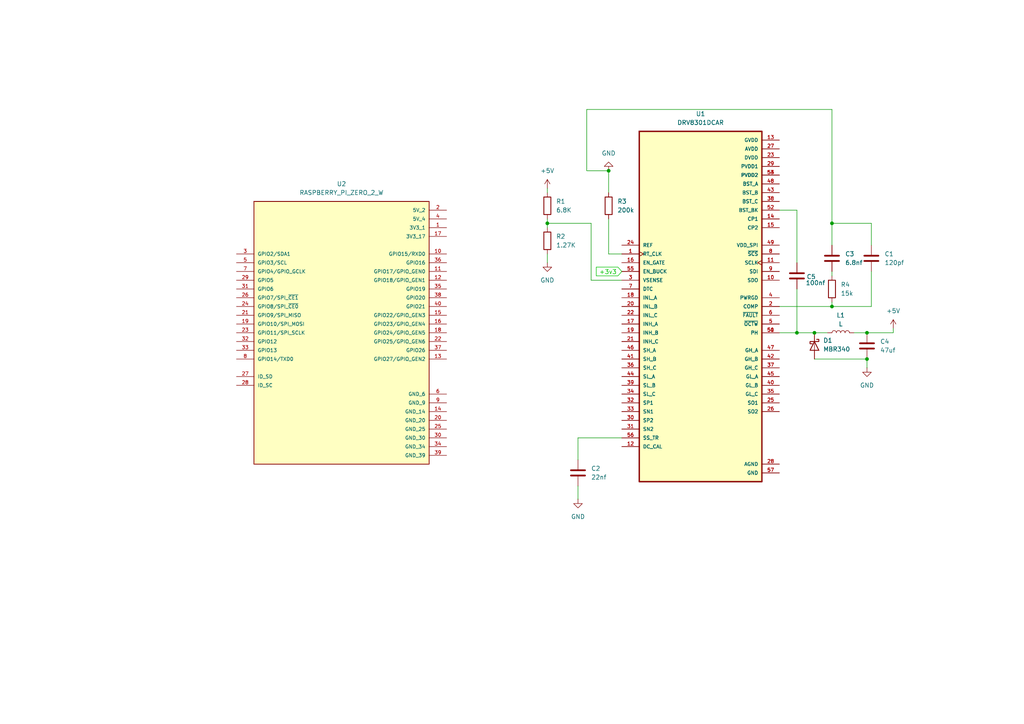
<source format=kicad_sch>
(kicad_sch (version 20231120) (generator "eeschema") (generator_version "8.0")
  (paper "A4")
  (lib_symbols
    (symbol "DRV8301DCAR:DRV8301DCAR" (pin_names (offset 1.016))
      (property "Reference" "U" (at -17.8203 51.9275 0))
      (property "Value" "DRV8301DCAR" (at -17.8075 -54.8929 0))
      (symbol "DRV8301DCAR_0_0"
        (rectangle (start -17.78 -50.8) (end 17.78 50.8) (stroke (width 0.41)) (fill (type background)))
        (pin input clock (at -22.86 15.24 0) (length 5.08) (name "RT_CLK") (number "1"))
        (pin output line (at 22.86 7.62 180) (length 5.08) (name "SDO") (number "10"))
        (pin input clock (at 22.86 12.7 180) (length 5.08) (name "SCLK") (number "11"))
        (pin input line (at -22.86 -40.64 0) (length 5.08) (name "DC_CAL") (number "12"))
        (pin power_in line (at 22.86 48.26 180) (length 5.08) (name "GVDD") (number "13"))
        (pin power_in line (at 22.86 25.4 180) (length 5.08) (name "CP1") (number "14"))
        (pin power_in line (at 22.86 22.86 180) (length 5.08) (name "CP2") (number "15"))
        (pin input line (at -22.86 12.7 0) (length 5.08) (name "EN_GATE") (number "16"))
        (pin input line (at -22.86 -5.08 0) (length 5.08) (name "INH_A") (number "17"))
        (pin input line (at -22.86 2.54 0) (length 5.08) (name "INL_A") (number "18"))
        (pin input line (at -22.86 -7.62 0) (length 5.08) (name "INH_B") (number "19"))
        (pin output line (at 22.86 0 180) (length 5.08) (name "COMP") (number "2"))
        (pin input line (at -22.86 0 0) (length 5.08) (name "INL_B") (number "20"))
        (pin input line (at -22.86 -10.16 0) (length 5.08) (name "INH_C") (number "21"))
        (pin input line (at -22.86 -2.54 0) (length 5.08) (name "INL_C") (number "22"))
        (pin power_in line (at 22.86 43.18 180) (length 5.08) (name "DVDD") (number "23"))
        (pin input line (at -22.86 17.78 0) (length 5.08) (name "REF") (number "24"))
        (pin output line (at 22.86 -27.94 180) (length 5.08) (name "SO1") (number "25"))
        (pin output line (at 22.86 -30.48 180) (length 5.08) (name "SO2") (number "26"))
        (pin power_in line (at 22.86 45.72 180) (length 5.08) (name "AVDD") (number "27"))
        (pin power_in line (at 22.86 -45.72 180) (length 5.08) (name "AGND") (number "28"))
        (pin power_in line (at 22.86 40.64 180) (length 5.08) (name "PVDD1") (number "29"))
        (pin input line (at -22.86 7.62 0) (length 5.08) (name "VSENSE") (number "3"))
        (pin input line (at -22.86 -33.02 0) (length 5.08) (name "SP2") (number "30"))
        (pin input line (at -22.86 -35.56 0) (length 5.08) (name "SN2") (number "31"))
        (pin input line (at -22.86 -27.94 0) (length 5.08) (name "SP1") (number "32"))
        (pin input line (at -22.86 -30.48 0) (length 5.08) (name "SN1") (number "33"))
        (pin input line (at -22.86 -25.4 0) (length 5.08) (name "SL_C") (number "34"))
        (pin output line (at 22.86 -25.4 180) (length 5.08) (name "GL_C") (number "35"))
        (pin input line (at -22.86 -17.78 0) (length 5.08) (name "SH_C") (number "36"))
        (pin output line (at 22.86 -17.78 180) (length 5.08) (name "GH_C") (number "37"))
        (pin power_in line (at 22.86 30.48 180) (length 5.08) (name "BST_C") (number "38"))
        (pin input line (at -22.86 -22.86 0) (length 5.08) (name "SL_B") (number "39"))
        (pin output line (at 22.86 2.54 180) (length 5.08) (name "PWRGD") (number "4"))
        (pin output line (at 22.86 -22.86 180) (length 5.08) (name "GL_B") (number "40"))
        (pin input line (at -22.86 -15.24 0) (length 5.08) (name "SH_B") (number "41"))
        (pin output line (at 22.86 -15.24 180) (length 5.08) (name "GH_B") (number "42"))
        (pin power_in line (at 22.86 33.02 180) (length 5.08) (name "BST_B") (number "43"))
        (pin input line (at -22.86 -20.32 0) (length 5.08) (name "SL_A") (number "44"))
        (pin output line (at 22.86 -20.32 180) (length 5.08) (name "GL_A") (number "45"))
        (pin input line (at -22.86 -12.7 0) (length 5.08) (name "SH_A") (number "46"))
        (pin output line (at 22.86 -12.7 180) (length 5.08) (name "GH_A") (number "47"))
        (pin power_in line (at 22.86 35.56 180) (length 5.08) (name "BST_A") (number "48"))
        (pin input line (at 22.86 17.78 180) (length 5.08) (name "VDD_SPI") (number "49"))
        (pin output line (at 22.86 -5.08 180) (length 5.08) (name "~{OCTW}") (number "5"))
        (pin output line (at 22.86 -7.62 180) (length 5.08) (name "PH") (number "50"))
        (pin output line (at 22.86 -7.62 180) (length 5.08) (name "PH") (number "51"))
        (pin power_in line (at 22.86 27.94 180) (length 5.08) (name "BST_BK") (number "52"))
        (pin power_in line (at 22.86 38.1 180) (length 5.08) (name "PVDD2") (number "53"))
        (pin power_in line (at 22.86 38.1 180) (length 5.08) (name "PVDD2") (number "54"))
        (pin input line (at -22.86 10.16 0) (length 5.08) (name "EN_BUCK") (number "55"))
        (pin input line (at -22.86 -38.1 0) (length 5.08) (name "SS_TR") (number "56"))
        (pin power_in line (at 22.86 -48.26 180) (length 5.08) (name "GND") (number "57"))
        (pin output line (at 22.86 -2.54 180) (length 5.08) (name "~{FAULT}") (number "6"))
        (pin input line (at -22.86 5.08 0) (length 5.08) (name "DTC") (number "7"))
        (pin input line (at 22.86 15.24 180) (length 5.08) (name "~{SCS}") (number "8"))
        (pin input line (at 22.86 10.16 180) (length 5.08) (name "SDI") (number "9"))
      )
    )
    (symbol "Device:C" (pin_numbers hide) (pin_names (offset 0.254))
      (property "Reference" "C" (at 0.635 2.54 0))
      (property "Value" "C" (at 0.635 -2.54 0))
      (symbol "C_0_1"
        (polyline (pts (xy -2.032 -0.762) (xy 2.032 -0.762)) (stroke (width 0.508)))
        (polyline (pts (xy -2.032 0.762) (xy 2.032 0.762)) (stroke (width 0.508)))
      )
      (symbol "C_1_1"
        (pin passive line (at 0 3.81 270) (length 2.794) (name "~") (number "1"))
        (pin passive line (at 0 -3.81 90) (length 2.794) (name "~") (number "2"))
      )
    )
    (symbol "Device:L" (pin_numbers hide) (pin_names (offset 1.016) hide)
      (property "Reference" "L" (at -1.27 0 90))
      (property "Value" "L" (at 1.905 0 90))
      (symbol "L_0_1"
        (arc (start 0 -2.54) (mid 0.6323 -1.905) (end 0 -1.27))
        (arc (start 0 -1.27) (mid 0.6323 -0.635) (end 0 0))
        (arc (start 0 0) (mid 0.6323 0.635) (end 0 1.27))
        (arc (start 0 1.27) (mid 0.6323 1.905) (end 0 2.54))
      )
      (symbol "L_1_1"
        (pin passive line (at 0 3.81 270) (length 1.27) (name "1") (number "1"))
        (pin passive line (at 0 -3.81 90) (length 1.27) (name "2") (number "2"))
      )
    )
    (symbol "Device:R" (pin_numbers hide) (pin_names (offset 0))
      (property "Reference" "R" (at 2.032 0 90))
      (property "Value" "R" (at 0 0 90))
      (symbol "R_0_1"
        (rectangle (start -1.016 -2.54) (end 1.016 2.54) (stroke (width 0.254)))
      )
      (symbol "R_1_1"
        (pin passive line (at 0 3.81 270) (length 1.27) (name "~") (number "1"))
        (pin passive line (at 0 -3.81 90) (length 1.27) (name "~") (number "2"))
      )
    )
    (symbol "Diode:MBR340" (pin_numbers hide) (pin_names (offset 1.016) hide)
      (property "Reference" "D" (at 0 2.54 0))
      (property "Value" "MBR340" (at 0 -2.54 0))
      (symbol "MBR340_0_1"
        (polyline (pts (xy 1.27 0) (xy -1.27 0)))
        (polyline (pts (xy 1.27 1.27) (xy 1.27 -1.27) (xy -1.27 0) (xy 1.27 1.27)) (stroke (width 0.254)))
        (polyline (pts (xy -1.905 0.635) (xy -1.905 1.27) (xy -1.27 1.27) (xy -1.27 -1.27) (xy -0.635 -1.27) (xy -0.635 -0.635)) (stroke (width 0.254)))
      )
      (symbol "MBR340_1_1"
        (pin passive line (at -3.81 0 0) (length 2.54) (name "K") (number "1"))
        (pin passive line (at 3.81 0 180) (length 2.54) (name "A") (number "2"))
      )
    )
    (symbol "Raspberry pi zero 2 w:RASPBERRY_PI_ZERO_2_W" (pin_names (offset 1.016))
      (property "Reference" "U" (at -25.42 39.3962 0))
      (property "Value" "RASPBERRY_PI_ZERO_2_W" (at -25.4191 -40.6687 0))
      (symbol "RASPBERRY_PI_ZERO_2_W_0_0"
        (rectangle (start -25.4 -38.1) (end 25.4 38.1) (stroke (width 0.254)) (fill (type background)))
        (pin power_in line (at 30.48 30.48 180) (length 5.08) (name "3V3_1") (number "1"))
        (pin bidirectional line (at 30.48 22.86 180) (length 5.08) (name "GPIO15/RXD0") (number "10"))
        (pin bidirectional line (at 30.48 17.78 180) (length 5.08) (name "GPIO17/GPIO_GEN0") (number "11"))
        (pin bidirectional line (at 30.48 15.24 180) (length 5.08) (name "GPIO18/GPIO_GEN1") (number "12"))
        (pin bidirectional line (at 30.48 -7.62 180) (length 5.08) (name "GPIO27/GPIO_GEN2") (number "13"))
        (pin power_in line (at 30.48 -22.86 180) (length 5.08) (name "GND_14") (number "14"))
        (pin bidirectional line (at 30.48 5.08 180) (length 5.08) (name "GPIO22/GPIO_GEN3") (number "15"))
        (pin bidirectional line (at 30.48 2.54 180) (length 5.08) (name "GPIO23/GPIO_GEN4") (number "16"))
        (pin power_in line (at 30.48 27.94 180) (length 5.08) (name "3V3_17") (number "17"))
        (pin bidirectional line (at 30.48 0 180) (length 5.08) (name "GPIO24/GPIO_GEN5") (number "18"))
        (pin bidirectional line (at -30.48 2.54 0) (length 5.08) (name "GPIO10/SPI_MOSI") (number "19"))
        (pin power_in line (at 30.48 35.56 180) (length 5.08) (name "5V_2") (number "2"))
        (pin power_in line (at 30.48 -25.4 180) (length 5.08) (name "GND_20") (number "20"))
        (pin bidirectional line (at -30.48 5.08 0) (length 5.08) (name "GPIO9/SPI_MISO") (number "21"))
        (pin bidirectional line (at 30.48 -2.54 180) (length 5.08) (name "GPIO25/GPIO_GEN6") (number "22"))
        (pin bidirectional line (at -30.48 0 0) (length 5.08) (name "GPIO11/SPI_SCLK") (number "23"))
        (pin bidirectional line (at -30.48 7.62 0) (length 5.08) (name "GPIO8/SPI_~{CE0}") (number "24"))
        (pin power_in line (at 30.48 -27.94 180) (length 5.08) (name "GND_25") (number "25"))
        (pin bidirectional line (at -30.48 10.16 0) (length 5.08) (name "GPIO7/SPI_~{CE1}") (number "26"))
        (pin bidirectional line (at -30.48 -12.7 0) (length 5.08) (name "ID_SD") (number "27"))
        (pin bidirectional line (at -30.48 -15.24 0) (length 5.08) (name "ID_SC") (number "28"))
        (pin bidirectional line (at -30.48 15.24 0) (length 5.08) (name "GPIO5") (number "29"))
        (pin bidirectional line (at -30.48 22.86 0) (length 5.08) (name "GPIO2/SDA1") (number "3"))
        (pin power_in line (at 30.48 -30.48 180) (length 5.08) (name "GND_30") (number "30"))
        (pin bidirectional line (at -30.48 12.7 0) (length 5.08) (name "GPIO6") (number "31"))
        (pin bidirectional line (at -30.48 -2.54 0) (length 5.08) (name "GPIO12") (number "32"))
        (pin bidirectional line (at -30.48 -5.08 0) (length 5.08) (name "GPIO13") (number "33"))
        (pin power_in line (at 30.48 -33.02 180) (length 5.08) (name "GND_34") (number "34"))
        (pin bidirectional line (at 30.48 12.7 180) (length 5.08) (name "GPIO19") (number "35"))
        (pin bidirectional line (at 30.48 20.32 180) (length 5.08) (name "GPIO16") (number "36"))
        (pin bidirectional line (at 30.48 -5.08 180) (length 5.08) (name "GPIO26") (number "37"))
        (pin bidirectional line (at 30.48 10.16 180) (length 5.08) (name "GPIO20") (number "38"))
        (pin power_in line (at 30.48 -35.56 180) (length 5.08) (name "GND_39") (number "39"))
        (pin power_in line (at 30.48 33.02 180) (length 5.08) (name "5V_4") (number "4"))
        (pin bidirectional line (at 30.48 7.62 180) (length 5.08) (name "GPIO21") (number "40"))
        (pin bidirectional line (at -30.48 20.32 0) (length 5.08) (name "GPIO3/SCL") (number "5"))
        (pin power_in line (at 30.48 -17.78 180) (length 5.08) (name "GND_6") (number "6"))
        (pin bidirectional line (at -30.48 17.78 0) (length 5.08) (name "GPIO4/GPIO_GCLK") (number "7"))
        (pin bidirectional line (at -30.48 -7.62 0) (length 5.08) (name "GPIO14/TXD0") (number "8"))
        (pin power_in line (at 30.48 -20.32 180) (length 5.08) (name "GND_9") (number "9"))
      )
    )
    (symbol "power:+5V" (power) (pin_numbers hide) (pin_names (offset 0) hide)
      (property "Value" "+5V" (at 0 3.556 0))
      (symbol "+5V_0_1"
        (polyline (pts (xy -0.762 1.27) (xy 0 2.54)))
        (polyline (pts (xy 0 0) (xy 0 2.54)))
        (polyline (pts (xy 0 2.54) (xy 0.762 1.27)))
      )
      (symbol "+5V_1_1"
        (pin power_in line (at 0 0 90) (length 0) (name "~") (number "1"))
      )
    )
    (symbol "power:GND" (power) (pin_numbers hide) (pin_names (offset 0) hide)
      (property "Value" "GND" (at 0 -3.81 0))
      (symbol "GND_0_1"
        (polyline (pts (xy 0 0) (xy 0 -1.27) (xy 1.27 -1.27) (xy 0 -2.54) (xy -1.27 -1.27) (xy 0 -1.27)))
      )
      (symbol "GND_1_1"
        (pin power_in line (at 0 0 270) (length 0) (name "~") (number "1"))
      )
    )
  )
  (junction (at 231.14 96.52))
  (junction (at 251.46 104.14))
  (junction (at 241.3 64.77))
  (junction (at 251.46 96.52))
  (junction (at 176.53 49.53))
  (junction (at 241.3 88.9))
  (junction (at 236.22 96.52))
  (junction (at 158.75 64.77))
  (wire (pts (xy 167.64 140.97) (xy 167.64 144.78)))
  (wire (pts (xy 158.75 64.77) (xy 158.75 66.04)))
  (wire (pts (xy 252.73 64.77) (xy 241.3 64.77)))
  (wire (pts (xy 158.75 54.61) (xy 158.75 55.88)))
  (wire (pts (xy 231.14 83.82) (xy 231.14 96.52)))
  (wire (pts (xy 241.3 78.74) (xy 241.3 80.01)))
  (wire (pts (xy 167.64 127) (xy 167.64 133.35)))
  (wire (pts (xy 236.22 104.14) (xy 251.46 104.14)))
  (wire (pts (xy 252.73 88.9) (xy 252.73 78.74)))
  (wire (pts (xy 251.46 104.14) (xy 251.46 106.68)))
  (wire (pts (xy 236.22 96.52) (xy 240.03 96.52)))
  (wire (pts (xy 251.46 96.52) (xy 259.08 96.52)))
  (wire (pts (xy 252.73 71.12) (xy 252.73 64.77)))
  (wire (pts (xy 226.06 60.96) (xy 231.14 60.96)))
  (wire (pts (xy 180.34 73.66) (xy 176.53 73.66)))
  (wire (pts (xy 231.14 96.52) (xy 236.22 96.52)))
  (wire (pts (xy 241.3 64.77) (xy 241.3 31.75)))
  (wire (pts (xy 241.3 88.9) (xy 252.73 88.9)))
  (wire (pts (xy 247.65 96.52) (xy 251.46 96.52)))
  (wire (pts (xy 231.14 60.96) (xy 231.14 76.2)))
  (wire (pts (xy 226.06 96.52) (xy 231.14 96.52)))
  (wire (pts (xy 158.75 64.77) (xy 171.45 64.77)))
  (wire (pts (xy 176.53 73.66) (xy 176.53 63.5)))
  (wire (pts (xy 170.18 49.53) (xy 176.53 49.53)))
  (wire (pts (xy 241.3 87.63) (xy 241.3 88.9)))
  (wire (pts (xy 170.18 31.75) (xy 241.3 31.75)))
  (wire (pts (xy 170.18 31.75) (xy 170.18 49.53)))
  (wire (pts (xy 171.45 64.77) (xy 171.45 81.28)))
  (wire (pts (xy 158.75 63.5) (xy 158.75 64.77)))
  (wire (pts (xy 176.53 49.53) (xy 176.53 55.88)))
  (wire (pts (xy 171.45 81.28) (xy 180.34 81.28)))
  (wire (pts (xy 241.3 64.77) (xy 241.3 71.12)))
  (wire (pts (xy 158.75 73.66) (xy 158.75 76.2)))
  (wire (pts (xy 226.06 88.9) (xy 241.3 88.9)))
  (wire (pts (xy 259.08 95.25) (xy 259.08 96.52)))
  (wire (pts (xy 180.34 127) (xy 167.64 127)))
  (global_label "+3v3" (shape input) (at 180.34 78.74 180) (property "Intersheetrefs" "${INTERSHEET_REFS}" (effects (hide yes))))
  (symbol (lib_id "power:GND") (at 167.64 144.78 0) (unit 1)
    (property "Reference" "#PWR04" (effects (hide yes)))
    (property "Value" "GND" (at 167.64 149.86 0))
    (property "Description" "Power symbol creates a global label with name \"GND\" , ground" (effects (hide yes)))
  )
  (symbol (lib_id "Device:C") (at 251.46 100.33 0) (unit 1)
    (property "Reference" "C4" (at 255.27 99.0599 0) (effects (justify left)))
    (property "Value" "47uf" (at 255.27 101.5999 0) (effects (justify left)))
    (property "Description" "Unpolarized capacitor" (effects (hide yes)))
  )
  (symbol (lib_id "Device:L") (at 243.84 96.52 90) (unit 1)
    (property "Reference" "L1" (at 243.84 91.44 90))
    (property "Value" "L" (at 243.84 93.98 90))
    (property "Description" "Inductor" (effects (hide yes)))
  )
  (symbol (lib_id "Device:R") (at 158.75 69.85 0) (unit 1)
    (property "Reference" "R2" (at 161.29 68.5799 0) (effects (justify left)))
    (property "Value" "1.27K" (at 161.29 71.1199 0) (effects (justify left)))
    (property "Description" "Resistor" (effects (hide yes)))
  )
  (symbol (lib_id "Device:R") (at 176.53 59.69 0) (unit 1)
    (property "Reference" "R3" (at 179.07 58.4199 0) (effects (justify left)))
    (property "Value" "200k" (at 179.07 60.9599 0) (effects (justify left)))
    (property "Description" "Resistor" (effects (hide yes)))
  )
  (symbol (lib_id "Diode:MBR340") (at 236.22 100.33 270) (unit 1)
    (property "Reference" "D1" (at 238.76 98.7424 90) (effects (justify left)))
    (property "Value" "MBR340" (at 238.76 101.2824 90) (effects (justify left)))
    (property "Footprint" "Diode_THT:D_DO-201AD_P15.24mm_Horizontal" (effects (hide yes)))
    (property "Datasheet" "http://www.onsemi.com/pub_link/Collateral/MBR340-D.PDF" (effects (hide yes)))
    (property "Description" "40V 3A Schottky Barrier Rectifier Diode, DO-201AD" (effects (hide yes)))
  )
  (symbol (lib_id "Raspberry pi zero 2 w:RASPBERRY_PI_ZERO_2_W") (at 99.06 96.52 0) (unit 1)
    (property "Reference" "U2" (at 99.06 53.34 0))
    (property "Value" "RASPBERRY_PI_ZERO_2_W" (at 99.06 55.88 0))
    (property "Footprint" "RASPBERRY_PI_ZERO_2_W:MODULE_RASPBERRY_PI_ZERO_2_W" (effects (hide yes)))
    (property "MF" "Raspberry Pi" (effects (hide yes)))
    (property "Description_1" "\n                        \n                            At the heart of Raspberry Pi Zero 2 W is RP3A0, a custom-built system-in-package designed by Raspberry Pi in the UK.\n                        \n" (effects (hide yes)))
    (property "Package" "None" (effects (hide yes)))
    (property "Price" "None" (effects (hide yes)))
    (property "Check_prices" "https://www.snapeda.com/parts/RASPBERRY%20PI%20ZERO%202%20W/Raspberry+Pi/view-part/?ref=eda" (effects (hide yes)))
    (property "STANDARD" "Manufacturer Recommendations" (effects (hide yes)))
    (property "PARTREV" "April 2024" (effects (hide yes)))
    (property "SnapEDA_Link" "https://www.snapeda.com/parts/RASPBERRY%20PI%20ZERO%202%20W/Raspberry+Pi/view-part/?ref=snap" (effects (hide yes)))
    (property "MP" "RASPBERRY PI ZERO 2 W" (effects (hide yes)))
    (property "Availability" "In Stock" (effects (hide yes)))
    (property "MANUFACTURER" "Raspberry Pi" (effects (hide yes)))
  )
  (symbol (lib_id "power:GND") (at 251.46 106.68 0) (unit 1)
    (property "Reference" "#PWR05" (effects (hide yes)))
    (property "Value" "GND" (at 251.46 111.76 0))
    (property "Description" "Power symbol creates a global label with name \"GND\" , ground" (effects (hide yes)))
  )
  (symbol (lib_id "Device:C") (at 231.14 80.01 0) (unit 1)
    (property "Reference" "C5" (at 233.934 80.264 0) (effects (justify left)))
    (property "Value" "100nf" (at 233.68 82.042 0) (effects (justify left)))
    (property "Description" "Unpolarized capacitor" (effects (hide yes)))
  )
  (symbol (lib_id "Device:C") (at 167.64 137.16 0) (unit 1)
    (property "Reference" "C2" (at 171.45 135.8899 0) (effects (justify left)))
    (property "Value" "22nf" (at 171.45 138.4299 0) (effects (justify left)))
    (property "Description" "Unpolarized capacitor" (effects (hide yes)))
  )
  (symbol (lib_id "Device:R") (at 241.3 83.82 0) (unit 1)
    (property "Reference" "R4" (at 243.84 82.5499 0) (effects (justify left)))
    (property "Value" "15k" (at 243.84 85.0899 0) (effects (justify left)))
    (property "Description" "Resistor" (effects (hide yes)))
  )
  (symbol (lib_id "Device:R") (at 158.75 59.69 0) (unit 1)
    (property "Reference" "R1" (at 161.29 58.4199 0) (effects (justify left)))
    (property "Value" "6.8K" (at 161.29 60.9599 0) (effects (justify left)))
    (property "Description" "Resistor" (effects (hide yes)))
  )
  (symbol (lib_id "Device:C") (at 252.73 74.93 0) (unit 1)
    (property "Reference" "C1" (at 256.54 73.6599 0) (effects (justify left)))
    (property "Value" "120pf" (at 256.54 76.1999 0) (effects (justify left)))
    (property "Description" "Unpolarized capacitor" (effects (hide yes)))
  )
  (symbol (lib_id "power:+5V") (at 158.75 54.61 0) (unit 1)
    (property "Reference" "#PWR01" (effects (hide yes)))
    (property "Value" "+5V" (at 158.75 49.53 0))
    (property "Description" "Power symbol creates a global label with name \"+5V\"" (effects (hide yes)))
  )
  (symbol (lib_id "power:GND") (at 176.53 49.53 180) (unit 1)
    (property "Reference" "#PWR03" (effects (hide yes)))
    (property "Value" "GND" (at 176.53 44.45 0))
    (property "Description" "Power symbol creates a global label with name \"GND\" , ground" (effects (hide yes)))
  )
  (symbol (lib_id "DRV8301DCAR:DRV8301DCAR") (at 203.2 88.9 0) (unit 1)
    (property "Reference" "U1" (at 203.2 33.02 0))
    (property "Value" "DRV8301DCAR" (at 203.2 35.56 0))
    (property "Footprint" "DRV8301DCAR:SOP50P810X120-57N" (effects (hide yes)))
    (property "STNADARD" "IPC-7351B" (effects (hide yes)))
    (property "MF" "Texas Instruments" (effects (hide yes)))
    (property "SNAPEDA_PACKAGE_ID" "5591" (effects (hide yes)))
    (property "Package" "HTSSOP-56 Texas Instruments" (effects (hide yes)))
    (property "Price" "None" (effects (hide yes)))
    (property "Check_prices" "https://www.snapeda.com/parts/DRV8301DCAR/Texas+Instruments/view-part/?ref=eda" (effects (hide yes)))
    (property "PARTREV" "F" (effects (hide yes)))
    (property "SnapEDA_Link" "https://www.snapeda.com/parts/DRV8301DCAR/Texas+Instruments/view-part/?ref=snap" (effects (hide yes)))
    (property "MP" "DRV8301DCAR" (effects (hide yes)))
    (property "Description_1" "\n                        \n                            65-V max 3-phase gate driver with buck regulator, current shunt amplifiers & SPI\n                        \n" (effects (hide yes)))
    (property "Availability" "In Stock" (effects (hide yes)))
    (property "MANUFACTURER" "Texas Instruments" (effects (hide yes)))
  )
  (symbol (lib_id "power:+5V") (at 259.08 95.25 0) (unit 1)
    (property "Reference" "#PWR06" (effects (hide yes)))
    (property "Value" "+5V" (at 259.08 90.17 0))
    (property "Description" "Power symbol creates a global label with name \"+5V\"" (effects (hide yes)))
  )
  (symbol (lib_id "Device:C") (at 241.3 74.93 0) (unit 1)
    (property "Reference" "C3" (at 245.11 73.6599 0) (effects (justify left)))
    (property "Value" "6.8nf" (at 245.11 76.1999 0) (effects (justify left)))
    (property "Description" "Unpolarized capacitor" (effects (hide yes)))
  )
  (symbol (lib_id "power:GND") (at 158.75 76.2 0) (unit 1)
    (property "Reference" "#PWR02" (effects (hide yes)))
    (property "Value" "GND" (at 158.75 81.28 0))
    (property "Description" "Power symbol creates a global label with name \"GND\" , ground" (effects (hide yes)))
  )
)
</source>
